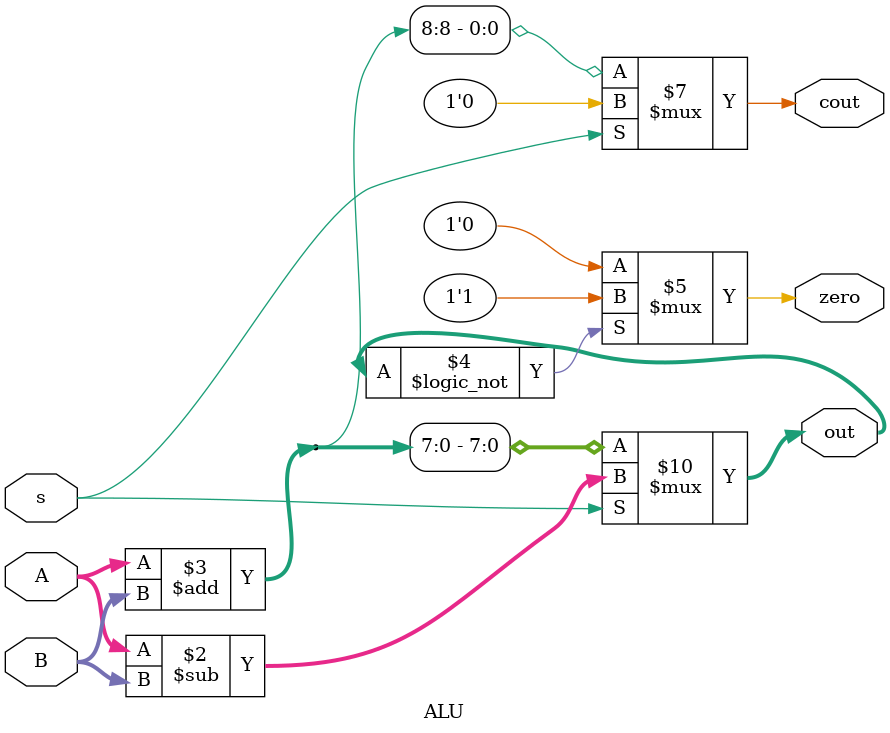
<source format=sv>
`timescale 1ns / 1ps
module ALU (
    input [7:0] A, B,    // 8-bit inputs
    input s,             // Operation selector: 0 for addition, 1 for subtraction
    output reg [7:0] out, // 8-bit result
    output reg cout,     // Carry-out for addition
    output reg zero      // Zero flag
);

    always @(*) begin
        // Default values to prevent latches
        out = 8'h0;
        cout = 1'b0;
        zero = 1'b0;

        if (s) begin
            // Subtraction
            out = A - B;
        end else begin
            // Addition with carry-out
            {cout, out} = A + B;
        end

        // Zero flag
        zero = (out == 8'h0) ? 1'b1 : 1'b0;
    end
endmodule

</source>
